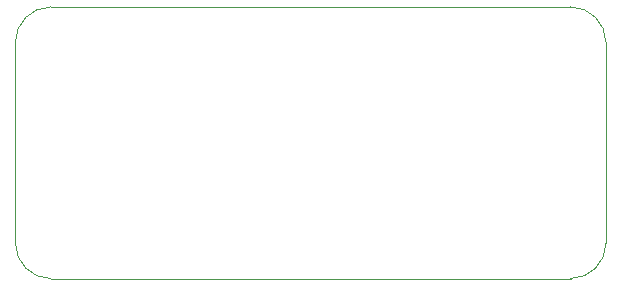
<source format=gko>
G04 Layer_Color=16711935*
%FSLAX44Y44*%
%MOMM*%
G71*
G01*
G75*
%ADD56C,0.1000*%
D56*
X30000Y230000D02*
G03*
X0Y200000I0J-30000D01*
G01*
X0Y30000D02*
G03*
X30000Y0I30000J0D01*
G01*
X470000Y0D02*
G03*
X500000Y30000I0J30000D01*
G01*
Y200000D02*
G03*
X470000Y230000I-30000J0D01*
G01*
X500000Y30000D02*
Y200000D01*
X30000Y0D02*
X470000D01*
X0Y30000D02*
Y200000D01*
X30000Y230000D02*
X470000D01*
M02*

</source>
